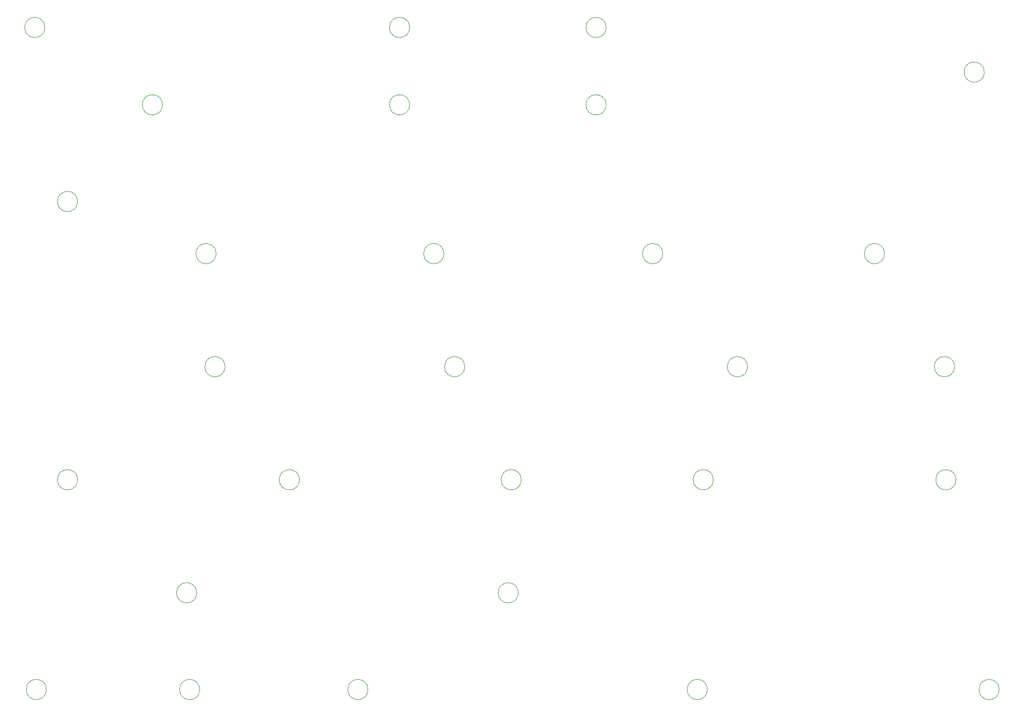
<source format=gbr>
G04 #@! TF.FileFunction,Other,ECO2*
%FSLAX46Y46*%
G04 Gerber Fmt 4.6, Leading zero omitted, Abs format (unit mm)*
G04 Created by KiCad (PCBNEW 4.0.1-stable) date 2017/02/05 23:11:59*
%MOMM*%
G01*
G04 APERTURE LIST*
%ADD10C,0.100000*%
G04 APERTURE END LIST*
D10*
X200700000Y-142750000D02*
G75*
G03X200700000Y-142750000I-1700000J0D01*
G01*
X40700000Y-142750000D02*
G75*
G03X40700000Y-142750000I-1700000J0D01*
G01*
X151700000Y-142750000D02*
G75*
G03X151700000Y-142750000I-1700000J0D01*
G01*
X94700000Y-142750000D02*
G75*
G03X94700000Y-142750000I-1700000J0D01*
G01*
X134700000Y-31500000D02*
G75*
G03X134700000Y-31500000I-1700000J0D01*
G01*
X101700000Y-31500000D02*
G75*
G03X101700000Y-31500000I-1700000J0D01*
G01*
X40450000Y-31500000D02*
G75*
G03X40450000Y-31500000I-1700000J0D01*
G01*
X45950000Y-107500000D02*
G75*
G03X45950000Y-107500000I-1700000J0D01*
G01*
X83200000Y-107500000D02*
G75*
G03X83200000Y-107500000I-1700000J0D01*
G01*
X120450000Y-107500000D02*
G75*
G03X120450000Y-107500000I-1700000J0D01*
G01*
X152700000Y-107500000D02*
G75*
G03X152700000Y-107500000I-1700000J0D01*
G01*
X193450000Y-107500000D02*
G75*
G03X193450000Y-107500000I-1700000J0D01*
G01*
X181450000Y-69500000D02*
G75*
G03X181450000Y-69500000I-1700000J0D01*
G01*
X144200000Y-69500000D02*
G75*
G03X144200000Y-69500000I-1700000J0D01*
G01*
X107450000Y-69500000D02*
G75*
G03X107450000Y-69500000I-1700000J0D01*
G01*
X69200000Y-69500000D02*
G75*
G03X69200000Y-69500000I-1700000J0D01*
G01*
X45950000Y-60750000D02*
G75*
G03X45950000Y-60750000I-1700000J0D01*
G01*
X198200000Y-39000000D02*
G75*
G03X198200000Y-39000000I-1700000J0D01*
G01*
X66450000Y-142750000D02*
G75*
G03X66450000Y-142750000I-1700000J0D01*
G01*
X134700000Y-44500000D02*
G75*
G03X134700000Y-44500000I-1700000J0D01*
G01*
X101700000Y-44500000D02*
G75*
G03X101700000Y-44500000I-1700000J0D01*
G01*
X60200000Y-44500000D02*
G75*
G03X60200000Y-44500000I-1700000J0D01*
G01*
X193200000Y-88500000D02*
G75*
G03X193200000Y-88500000I-1700000J0D01*
G01*
X158450000Y-88500000D02*
G75*
G03X158450000Y-88500000I-1700000J0D01*
G01*
X110950000Y-88500000D02*
G75*
G03X110950000Y-88500000I-1700000J0D01*
G01*
X70700000Y-88500000D02*
G75*
G03X70700000Y-88500000I-1700000J0D01*
G01*
X65950000Y-126500000D02*
G75*
G03X65950000Y-126500000I-1700000J0D01*
G01*
X119950000Y-126500000D02*
G75*
G03X119950000Y-126500000I-1700000J0D01*
G01*
M02*

</source>
